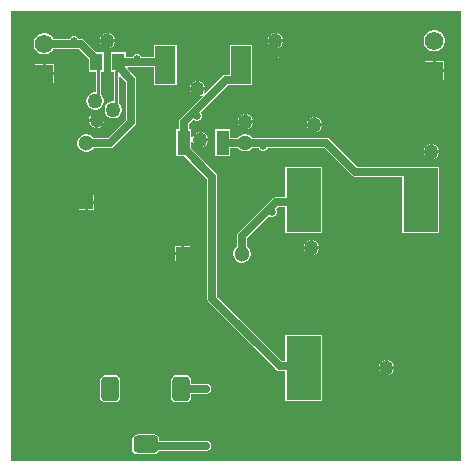
<source format=gtl>
G04*
G04 #@! TF.GenerationSoftware,Altium Limited,Altium Designer,22.3.1 (43)*
G04*
G04 Layer_Physical_Order=1*
G04 Layer_Color=255*
%FSLAX25Y25*%
%MOIN*%
G70*
G04*
G04 #@! TF.SameCoordinates,6ADC0360-3E08-4B8B-B3B3-E68A1261090F*
G04*
G04*
G04 #@! TF.FilePolarity,Positive*
G04*
G01*
G75*
%ADD15R,0.11417X0.21260*%
%ADD16R,0.04134X0.05709*%
%ADD17R,0.06772X0.12598*%
%ADD18R,0.04331X0.08071*%
%ADD19C,0.02500*%
%ADD23R,0.06181X0.06181*%
%ADD24C,0.06181*%
%ADD25C,0.05118*%
%ADD26R,0.05118X0.05118*%
%ADD29R,0.05118X0.05118*%
%ADD31C,0.02500*%
%ADD32C,0.01000*%
G04:AMPARAMS|DCode=33|XSize=82.68mil|YSize=59.06mil|CornerRadius=14.76mil|HoleSize=0mil|Usage=FLASHONLY|Rotation=180.000|XOffset=0mil|YOffset=0mil|HoleType=Round|Shape=RoundedRectangle|*
%AMROUNDEDRECTD33*
21,1,0.08268,0.02953,0,0,180.0*
21,1,0.05315,0.05906,0,0,180.0*
1,1,0.02953,-0.02657,0.01476*
1,1,0.02953,0.02657,0.01476*
1,1,0.02953,0.02657,-0.01476*
1,1,0.02953,-0.02657,-0.01476*
%
%ADD33ROUNDEDRECTD33*%
G04:AMPARAMS|DCode=34|XSize=82.68mil|YSize=59.06mil|CornerRadius=14.76mil|HoleSize=0mil|Usage=FLASHONLY|Rotation=90.000|XOffset=0mil|YOffset=0mil|HoleType=Round|Shape=RoundedRectangle|*
%AMROUNDEDRECTD34*
21,1,0.08268,0.02953,0,0,90.0*
21,1,0.05315,0.05906,0,0,90.0*
1,1,0.02953,0.01476,0.02657*
1,1,0.02953,0.01476,-0.02657*
1,1,0.02953,-0.01476,-0.02657*
1,1,0.02953,-0.01476,0.02657*
%
%ADD34ROUNDEDRECTD34*%
%ADD35C,0.05000*%
G36*
X0Y0D02*
X-150000D01*
Y150000D01*
X0D01*
Y0D01*
D02*
G37*
%LPC*%
G36*
X-61500Y142499D02*
Y140500D01*
X-59501D01*
X-59881Y141416D01*
X-60584Y142119D01*
X-61500Y142499D01*
D02*
G37*
G36*
X-62500D02*
X-63416Y142119D01*
X-64119Y141416D01*
X-64499Y140500D01*
X-62500D01*
Y142499D01*
D02*
G37*
G36*
X-117500D02*
Y140500D01*
X-115501D01*
X-115881Y141416D01*
X-116584Y142119D01*
X-117500Y142499D01*
D02*
G37*
G36*
X-118500D02*
X-119416Y142119D01*
X-120119Y141416D01*
X-120499Y140500D01*
X-118500D01*
Y142499D01*
D02*
G37*
G36*
X-59501Y139500D02*
X-61500D01*
Y137501D01*
X-60584Y137881D01*
X-59881Y138584D01*
X-59501Y139500D01*
D02*
G37*
G36*
X-62500D02*
X-64499D01*
X-64119Y138584D01*
X-63416Y137881D01*
X-62500Y137501D01*
Y139500D01*
D02*
G37*
G36*
X-115501D02*
X-117500D01*
Y137501D01*
X-116584Y137881D01*
X-115881Y138584D01*
X-115501Y139500D01*
D02*
G37*
G36*
X-118500D02*
X-120499D01*
X-120119Y138584D01*
X-119416Y137881D01*
X-118500Y137501D01*
Y139500D01*
D02*
G37*
G36*
X-8540Y143491D02*
X-9460D01*
X-10347Y143253D01*
X-11143Y142793D01*
X-11793Y142143D01*
X-12253Y141347D01*
X-12491Y140460D01*
Y139541D01*
X-12253Y138653D01*
X-11793Y137857D01*
X-11143Y137207D01*
X-10347Y136747D01*
X-9460Y136509D01*
X-8540D01*
X-7653Y136747D01*
X-6857Y137207D01*
X-6207Y137857D01*
X-5747Y138653D01*
X-5509Y139541D01*
Y140460D01*
X-5747Y141347D01*
X-6207Y142143D01*
X-6857Y142793D01*
X-7653Y143253D01*
X-8540Y143491D01*
D02*
G37*
G36*
X-61500Y136146D02*
Y135500D01*
X-60854D01*
X-60940Y135708D01*
X-61292Y136060D01*
X-61500Y136146D01*
D02*
G37*
G36*
X-62500D02*
X-62708Y136060D01*
X-63060Y135708D01*
X-63146Y135500D01*
X-62500D01*
Y136146D01*
D02*
G37*
G36*
X-94832Y138699D02*
X-102404D01*
Y134682D01*
X-106497D01*
X-106601Y134935D01*
X-107065Y135399D01*
X-107672Y135650D01*
X-108328D01*
X-108935Y135399D01*
X-109399Y134935D01*
X-109503Y134682D01*
X-111891D01*
Y136254D01*
X-116825D01*
Y129746D01*
X-115918D01*
Y119900D01*
X-116382D01*
X-117119Y119702D01*
X-117781Y119321D01*
X-118321Y118781D01*
X-118702Y118119D01*
X-118900Y117382D01*
Y116618D01*
X-118702Y115881D01*
X-118321Y115219D01*
X-117781Y114679D01*
X-117119Y114298D01*
X-116382Y114100D01*
X-115618D01*
X-114881Y114298D01*
X-114219Y114679D01*
X-113679Y115219D01*
X-113298Y115881D01*
X-113100Y116618D01*
Y117382D01*
X-113298Y118119D01*
X-113679Y118781D01*
X-114082Y119184D01*
Y128050D01*
X-113620Y128241D01*
X-111682Y126303D01*
Y113697D01*
X-117854Y107525D01*
X-122555D01*
X-122632Y107659D01*
X-123183Y108210D01*
X-123858Y108600D01*
X-124610Y108802D01*
X-125390D01*
X-126142Y108600D01*
X-126817Y108210D01*
X-127368Y107659D01*
X-127757Y106985D01*
X-127959Y106232D01*
Y105453D01*
X-127757Y104701D01*
X-127368Y104026D01*
X-126817Y103475D01*
X-126142Y103085D01*
X-125390Y102884D01*
X-124610D01*
X-123858Y103085D01*
X-123183Y103475D01*
X-122632Y104026D01*
X-122555Y104160D01*
X-117157D01*
X-116514Y104288D01*
X-115968Y104653D01*
X-108810Y111810D01*
X-108446Y112356D01*
X-108318Y113000D01*
Y127000D01*
X-108318Y127000D01*
X-108446Y127644D01*
X-108810Y128190D01*
X-108810Y128190D01*
X-111439Y130818D01*
X-111231Y131318D01*
X-102404D01*
Y125301D01*
X-94832D01*
Y138699D01*
D02*
G37*
G36*
X-60854Y134500D02*
X-61500D01*
Y133854D01*
X-61292Y133940D01*
X-60940Y134292D01*
X-60854Y134500D01*
D02*
G37*
G36*
X-62500D02*
X-63146D01*
X-63060Y134292D01*
X-62708Y133940D01*
X-62500Y133854D01*
Y134500D01*
D02*
G37*
G36*
X-5909Y133091D02*
X-8500D01*
Y130500D01*
X-5909D01*
Y133091D01*
D02*
G37*
G36*
X-9500D02*
X-12091D01*
Y130500D01*
X-9500D01*
Y133091D01*
D02*
G37*
G36*
X-135909Y132091D02*
X-138500D01*
Y129500D01*
X-135909D01*
Y132091D01*
D02*
G37*
G36*
X-139500D02*
X-142091D01*
Y129500D01*
X-139500D01*
Y132091D01*
D02*
G37*
G36*
X-5909Y129500D02*
X-8500D01*
Y126909D01*
X-5909D01*
Y129500D01*
D02*
G37*
G36*
X-9500D02*
X-12091D01*
Y126909D01*
X-9500D01*
Y129500D01*
D02*
G37*
G36*
X-135909Y128500D02*
X-138500D01*
Y125909D01*
X-135909D01*
Y128500D01*
D02*
G37*
G36*
X-139500D02*
X-142091D01*
Y125909D01*
X-139500D01*
Y128500D01*
D02*
G37*
G36*
X-87500Y126499D02*
Y124500D01*
X-85501D01*
X-85881Y125416D01*
X-86584Y126119D01*
X-87500Y126499D01*
D02*
G37*
G36*
X-88500D02*
X-89416Y126119D01*
X-90119Y125416D01*
X-90499Y124500D01*
X-88500D01*
Y126499D01*
D02*
G37*
G36*
X-69596Y138699D02*
X-77168D01*
Y128633D01*
X-78431D01*
X-79075Y128505D01*
X-79621Y128140D01*
X-79621Y128140D01*
X-85524Y122237D01*
X-85881Y122584D01*
X-85501Y123500D01*
X-87500D01*
Y121501D01*
X-86584Y121881D01*
X-86237Y121525D01*
X-93686Y114075D01*
X-94050Y113530D01*
X-94178Y112886D01*
Y110435D01*
X-95061D01*
Y101565D01*
X-92310D01*
X-84682Y93937D01*
Y54000D01*
X-84554Y53356D01*
X-84190Y52810D01*
X-61672Y30293D01*
X-61672Y30293D01*
X-61126Y29928D01*
X-60482Y29800D01*
X-60482Y29800D01*
X-58597D01*
Y19970D01*
X-46380D01*
Y42030D01*
X-58597D01*
Y33165D01*
X-59786D01*
X-81318Y54697D01*
Y94634D01*
X-81446Y95278D01*
X-81810Y95824D01*
X-89931Y103944D01*
Y106236D01*
X-89431Y106335D01*
X-89119Y105584D01*
X-88416Y104881D01*
X-87500Y104501D01*
Y107000D01*
Y109499D01*
X-88416Y109119D01*
X-89119Y108416D01*
X-89431Y107665D01*
X-89931Y107764D01*
Y110435D01*
X-90814D01*
Y112189D01*
X-89168Y113835D01*
X-88935Y113601D01*
X-88328Y113350D01*
X-87672D01*
X-87065Y113601D01*
X-86601Y114065D01*
X-86350Y114672D01*
Y115328D01*
X-86601Y115935D01*
X-86835Y116168D01*
X-77734Y125268D01*
X-75518D01*
X-75355Y125301D01*
X-69596D01*
Y138699D01*
D02*
G37*
G36*
X-88500Y123500D02*
X-90499D01*
X-90119Y122584D01*
X-89416Y121881D01*
X-88500Y121501D01*
Y123500D01*
D02*
G37*
G36*
X-138540Y142491D02*
X-139460D01*
X-140347Y142253D01*
X-141143Y141793D01*
X-141793Y141143D01*
X-142253Y140347D01*
X-142491Y139460D01*
Y138540D01*
X-142253Y137653D01*
X-141793Y136857D01*
X-141143Y136207D01*
X-140347Y135747D01*
X-139460Y135509D01*
X-138540D01*
X-137653Y135747D01*
X-136857Y136207D01*
X-136207Y136857D01*
X-135941Y137318D01*
X-127551D01*
X-124109Y133875D01*
Y129746D01*
X-121918D01*
Y122819D01*
X-122402D01*
X-123140Y122622D01*
X-123801Y122240D01*
X-124341Y121700D01*
X-124723Y121039D01*
X-124921Y120301D01*
Y119538D01*
X-124723Y118800D01*
X-124341Y118139D01*
X-123801Y117599D01*
X-123140Y117217D01*
X-122402Y117019D01*
X-121639D01*
X-120901Y117217D01*
X-120240Y117599D01*
X-119700Y118139D01*
X-119318Y118800D01*
X-119121Y119538D01*
Y120301D01*
X-119318Y121039D01*
X-119700Y121700D01*
X-120082Y122082D01*
Y129746D01*
X-119175D01*
Y136254D01*
X-121730D01*
X-125665Y140190D01*
X-126211Y140554D01*
X-126854Y140682D01*
X-127497D01*
X-127601Y140935D01*
X-128065Y141399D01*
X-128672Y141650D01*
X-129328D01*
X-129935Y141399D01*
X-130399Y140935D01*
X-130503Y140682D01*
X-135941D01*
X-136207Y141143D01*
X-136857Y141793D01*
X-137653Y142253D01*
X-138540Y142491D01*
D02*
G37*
G36*
X-121000Y116000D02*
Y114001D01*
X-119001D01*
X-119381Y114917D01*
X-120084Y115621D01*
X-121000Y116000D01*
D02*
G37*
G36*
X-122000D02*
X-122916Y115621D01*
X-123619Y114917D01*
X-123999Y114001D01*
X-122000D01*
Y116000D01*
D02*
G37*
G36*
X-71500Y115499D02*
Y113500D01*
X-69501D01*
X-69881Y114416D01*
X-70584Y115119D01*
X-71500Y115499D01*
D02*
G37*
G36*
X-72500D02*
X-73416Y115119D01*
X-74119Y114416D01*
X-74499Y113500D01*
X-72500D01*
Y115499D01*
D02*
G37*
G36*
X-48500Y114499D02*
Y112500D01*
X-46501D01*
X-46881Y113416D01*
X-47584Y114119D01*
X-48500Y114499D01*
D02*
G37*
G36*
X-49500D02*
X-50416Y114119D01*
X-51119Y113416D01*
X-51499Y112500D01*
X-49500D01*
Y114499D01*
D02*
G37*
G36*
X-119001Y113001D02*
X-121000D01*
Y111002D01*
X-120084Y111382D01*
X-119381Y112085D01*
X-119001Y113001D01*
D02*
G37*
G36*
X-122000D02*
X-123999D01*
X-123619Y112085D01*
X-122916Y111382D01*
X-122000Y111002D01*
Y113001D01*
D02*
G37*
G36*
X-69501Y112500D02*
X-71500D01*
Y110501D01*
X-70584Y110881D01*
X-69881Y111584D01*
X-69501Y112500D01*
D02*
G37*
G36*
X-72500D02*
X-74499D01*
X-74119Y111584D01*
X-73416Y110881D01*
X-72500Y110501D01*
Y112500D01*
D02*
G37*
G36*
X-46501Y111500D02*
X-48500D01*
Y109501D01*
X-47584Y109881D01*
X-46881Y110584D01*
X-46501Y111500D01*
D02*
G37*
G36*
X-49500D02*
X-51499D01*
X-51119Y110584D01*
X-50416Y109881D01*
X-49500Y109501D01*
Y111500D01*
D02*
G37*
G36*
X-86500Y109499D02*
Y107500D01*
X-84501D01*
X-84881Y108416D01*
X-85584Y109119D01*
X-86500Y109499D01*
D02*
G37*
G36*
X-84501Y106500D02*
X-86500D01*
Y104501D01*
X-85584Y104881D01*
X-84881Y105584D01*
X-84501Y106500D01*
D02*
G37*
G36*
X-9500Y105499D02*
Y103500D01*
X-7501D01*
X-7881Y104416D01*
X-8584Y105119D01*
X-9500Y105499D01*
D02*
G37*
G36*
X-10500D02*
X-11416Y105119D01*
X-12119Y104416D01*
X-12499Y103500D01*
X-10500D01*
Y105499D01*
D02*
G37*
G36*
X-7501Y102500D02*
X-9500D01*
Y100501D01*
X-8584Y100881D01*
X-7881Y101584D01*
X-7501Y102500D01*
D02*
G37*
G36*
X-10500D02*
X-12499D01*
X-12119Y101584D01*
X-11416Y100881D01*
X-10500Y100501D01*
Y102500D01*
D02*
G37*
G36*
X-46380Y98030D02*
X-58597D01*
Y87816D01*
X-61866D01*
X-61866Y87816D01*
X-62510Y87688D01*
X-63056Y87323D01*
X-63056Y87323D01*
X-74347Y76032D01*
X-74712Y75486D01*
X-74840Y74843D01*
Y71446D01*
X-74974Y71368D01*
X-75525Y70817D01*
X-75915Y70142D01*
X-76116Y69390D01*
Y68610D01*
X-75915Y67858D01*
X-75525Y67183D01*
X-74974Y66632D01*
X-74300Y66243D01*
X-73547Y66041D01*
X-72768D01*
X-72015Y66243D01*
X-71341Y66632D01*
X-70790Y67183D01*
X-70400Y67858D01*
X-70198Y68610D01*
Y69390D01*
X-70400Y70142D01*
X-70790Y70817D01*
X-71341Y71368D01*
X-71475Y71446D01*
Y74146D01*
X-63977Y81644D01*
X-63935Y81601D01*
X-63328Y81350D01*
X-62672D01*
X-62065Y81601D01*
X-61601Y82065D01*
X-61350Y82672D01*
Y83328D01*
X-61601Y83935D01*
X-61644Y83977D01*
X-61170Y84451D01*
X-58597D01*
Y75970D01*
X-46380D01*
Y98030D01*
D02*
G37*
G36*
X-122441Y88716D02*
X-124500D01*
Y86657D01*
X-122441D01*
Y88716D01*
D02*
G37*
G36*
X-125500D02*
X-127559D01*
Y86657D01*
X-125500D01*
Y88716D01*
D02*
G37*
G36*
X-122441Y85657D02*
X-124500D01*
Y83598D01*
X-122441D01*
Y85657D01*
D02*
G37*
G36*
X-125500D02*
X-127559D01*
Y83598D01*
X-125500D01*
Y85657D01*
D02*
G37*
G36*
X-76939Y110435D02*
X-82069D01*
Y101565D01*
X-76939D01*
Y104318D01*
X-74377D01*
X-74321Y104219D01*
X-73781Y103679D01*
X-73119Y103298D01*
X-72382Y103100D01*
X-71618D01*
X-70881Y103298D01*
X-70219Y103679D01*
X-69679Y104219D01*
X-69623Y104318D01*
X-67503D01*
X-67399Y104065D01*
X-66935Y103601D01*
X-66328Y103350D01*
X-65672D01*
X-65065Y103601D01*
X-64601Y104065D01*
X-64497Y104318D01*
X-45697D01*
X-36570Y95190D01*
X-36570Y95190D01*
X-36024Y94826D01*
X-35380Y94698D01*
X-19621D01*
Y75970D01*
X-7403D01*
Y98030D01*
X-17807D01*
X-17970Y98062D01*
X-34683D01*
X-43810Y107190D01*
X-44356Y107554D01*
X-45000Y107682D01*
X-69623D01*
X-69679Y107781D01*
X-70219Y108321D01*
X-70881Y108702D01*
X-71618Y108900D01*
X-72382D01*
X-73119Y108702D01*
X-73781Y108321D01*
X-74321Y107781D01*
X-74377Y107682D01*
X-76939D01*
Y110435D01*
D02*
G37*
G36*
X-49500Y73499D02*
Y71500D01*
X-47501D01*
X-47881Y72416D01*
X-48584Y73119D01*
X-49500Y73499D01*
D02*
G37*
G36*
X-50500D02*
X-51416Y73119D01*
X-52119Y72416D01*
X-52499Y71500D01*
X-50500D01*
Y73499D01*
D02*
G37*
G36*
X-90284Y71559D02*
X-92343D01*
Y69500D01*
X-90284D01*
Y71559D01*
D02*
G37*
G36*
X-93343D02*
X-95402D01*
Y69500D01*
X-93343D01*
Y71559D01*
D02*
G37*
G36*
X-47501Y70500D02*
X-49500D01*
Y68501D01*
X-48584Y68881D01*
X-47881Y69584D01*
X-47501Y70500D01*
D02*
G37*
G36*
X-50500D02*
X-52499D01*
X-52119Y69584D01*
X-51416Y68881D01*
X-50500Y68501D01*
Y70500D01*
D02*
G37*
G36*
X-90284Y68500D02*
X-92343D01*
Y66441D01*
X-90284D01*
Y68500D01*
D02*
G37*
G36*
X-93343D02*
X-95402D01*
Y66441D01*
X-93343D01*
Y68500D01*
D02*
G37*
G36*
X-7803Y41630D02*
X-13012D01*
Y31500D01*
X-7803D01*
Y41630D01*
D02*
G37*
G36*
X-24500Y33499D02*
Y31500D01*
X-22501D01*
X-22881Y32416D01*
X-23584Y33119D01*
X-24500Y33499D01*
D02*
G37*
G36*
X-25500D02*
X-26416Y33119D01*
X-27119Y32416D01*
X-27499Y31500D01*
X-25500D01*
Y33499D01*
D02*
G37*
G36*
X-14012Y41630D02*
X-19220D01*
Y31500D01*
X-14012D01*
Y41630D01*
D02*
G37*
G36*
X-22501Y30500D02*
X-24500D01*
Y28501D01*
X-23584Y28881D01*
X-22881Y29584D01*
X-22501Y30500D01*
D02*
G37*
G36*
X-25500D02*
X-27499D01*
X-27119Y29584D01*
X-26416Y28881D01*
X-25500Y28501D01*
Y30500D01*
D02*
G37*
G36*
X-7803D02*
X-13012D01*
Y20370D01*
X-7803D01*
Y30500D01*
D02*
G37*
G36*
X-14012D02*
X-19220D01*
Y20370D01*
X-14012D01*
Y30500D01*
D02*
G37*
G36*
X-91933Y28571D02*
X-94886D01*
X-95618Y28425D01*
X-96239Y28010D01*
X-96653Y27390D01*
X-96799Y26658D01*
Y21342D01*
X-96653Y20610D01*
X-96239Y19990D01*
X-95618Y19575D01*
X-94886Y19429D01*
X-91933D01*
X-91201Y19575D01*
X-90580Y19990D01*
X-90166Y20610D01*
X-90020Y21342D01*
Y22318D01*
X-85000D01*
X-84838Y22350D01*
X-84672D01*
X-84519Y22413D01*
X-84356Y22446D01*
X-84218Y22538D01*
X-84065Y22601D01*
X-83948Y22718D01*
X-83810Y22810D01*
X-83718Y22948D01*
X-83601Y23065D01*
X-83538Y23218D01*
X-83446Y23356D01*
X-83413Y23519D01*
X-83350Y23672D01*
Y23837D01*
X-83318Y24000D01*
X-83350Y24162D01*
Y24328D01*
X-83413Y24481D01*
X-83446Y24644D01*
X-83538Y24782D01*
X-83601Y24935D01*
X-83718Y25052D01*
X-83810Y25190D01*
X-83948Y25282D01*
X-84065Y25399D01*
X-84218Y25462D01*
X-84356Y25554D01*
X-84519Y25587D01*
X-84672Y25650D01*
X-84838D01*
X-85000Y25682D01*
X-90020D01*
Y26658D01*
X-90166Y27390D01*
X-90580Y28010D01*
X-91201Y28425D01*
X-91933Y28571D01*
D02*
G37*
G36*
X-115555D02*
X-118508D01*
X-119240Y28425D01*
X-119861Y28010D01*
X-120275Y27390D01*
X-120421Y26658D01*
Y21342D01*
X-120275Y20610D01*
X-119861Y19990D01*
X-119240Y19575D01*
X-118508Y19429D01*
X-115555D01*
X-114823Y19575D01*
X-114202Y19990D01*
X-113787Y20610D01*
X-113642Y21342D01*
Y26658D01*
X-113787Y27390D01*
X-114202Y28010D01*
X-114823Y28425D01*
X-115555Y28571D01*
D02*
G37*
G36*
X-102563Y8885D02*
X-107878D01*
X-108610Y8740D01*
X-109231Y8325D01*
X-109645Y7705D01*
X-109791Y6972D01*
Y4020D01*
X-109645Y3288D01*
X-109231Y2667D01*
X-108610Y2252D01*
X-107878Y2107D01*
X-102563D01*
X-101831Y2252D01*
X-101210Y2667D01*
X-100795Y3288D01*
X-100789Y3318D01*
X-85000D01*
X-84838Y3350D01*
X-84672D01*
X-84519Y3413D01*
X-84356Y3446D01*
X-84218Y3538D01*
X-84065Y3601D01*
X-83948Y3718D01*
X-83810Y3810D01*
X-83718Y3948D01*
X-83601Y4065D01*
X-83538Y4218D01*
X-83446Y4356D01*
X-83413Y4519D01*
X-83350Y4672D01*
Y4837D01*
X-83318Y5000D01*
X-83350Y5162D01*
Y5328D01*
X-83413Y5481D01*
X-83446Y5644D01*
X-83538Y5782D01*
X-83601Y5935D01*
X-83718Y6052D01*
X-83810Y6190D01*
X-83948Y6282D01*
X-84065Y6399D01*
X-84218Y6462D01*
X-84356Y6554D01*
X-84519Y6587D01*
X-84672Y6650D01*
X-84838D01*
X-85000Y6682D01*
X-100650D01*
Y6972D01*
X-100795Y7705D01*
X-101210Y8325D01*
X-101831Y8740D01*
X-102563Y8885D01*
D02*
G37*
%LPD*%
D15*
X-13512Y31000D02*
D03*
X-52488D02*
D03*
X-13512Y87000D02*
D03*
X-52488D02*
D03*
D16*
X-114358Y133000D02*
D03*
X-121642D02*
D03*
D17*
X-98618Y132000D02*
D03*
X-73382D02*
D03*
D18*
X-92496Y106000D02*
D03*
X-79504D02*
D03*
D19*
X-62000Y135000D02*
D03*
X-66000Y105000D02*
D03*
X-88000Y115000D02*
D03*
X-108000Y134000D02*
D03*
X-129000Y140000D02*
D03*
X-85000Y24000D02*
D03*
Y5000D02*
D03*
X-63000Y83000D02*
D03*
D23*
X-9000Y130000D02*
D03*
X-139000Y129000D02*
D03*
D24*
X-9000Y140000D02*
D03*
X-139000Y139000D02*
D03*
D25*
X-125000Y105843D02*
D03*
X-73157Y69000D02*
D03*
D26*
X-125000Y86157D02*
D03*
D29*
X-92843Y69000D02*
D03*
D31*
X-105220Y5496D02*
X-104724Y5000D01*
X-85000D01*
X-93409Y24000D02*
X-85000D01*
X-114358Y133000D02*
X-99618D01*
X-72000Y106000D02*
X-45000D01*
X-79504D02*
X-72000D01*
X-53355Y86134D02*
X-52488Y87000D01*
X-73157Y74843D02*
X-61866Y86134D01*
X-53355D01*
X-73157Y69000D02*
Y74843D01*
X-60482Y31482D02*
X-52971D01*
X-83000Y54000D02*
Y94634D01*
X-52971Y31482D02*
X-52488Y31000D01*
X-83000Y54000D02*
X-60482Y31482D01*
X-92496Y104130D02*
X-83000Y94634D01*
X-45000Y106000D02*
X-35380Y96380D01*
X-17970D01*
X-13512Y91921D01*
Y87000D02*
Y91921D01*
X-113541Y130541D02*
X-110000Y127000D01*
Y113000D02*
Y127000D01*
X-117157Y105843D02*
X-110000Y113000D01*
X-125000Y105843D02*
X-117157D01*
X-92496Y106000D02*
Y112886D01*
X-78431Y126951D01*
X-75518D01*
X-73382Y129087D01*
Y132000D01*
X-99618Y133000D02*
X-98618Y132000D01*
X-113541Y130541D02*
Y131396D01*
X-114358Y132213D02*
X-113541Y131396D01*
X-126854Y139000D02*
X-121642Y133787D01*
X-139000Y139000D02*
X-126854D01*
D32*
X-121642Y133000D02*
X-121000Y132358D01*
Y122022D02*
Y132358D01*
X-122021Y121002D02*
X-121000Y122022D01*
X-122021Y119919D02*
Y121002D01*
X-116000Y117000D02*
Y118082D01*
X-115000Y119082D02*
Y129900D01*
X-114358Y130541D01*
X-116000Y118082D02*
X-115000Y119082D01*
X-121642Y133000D02*
Y133787D01*
X-92496Y104130D02*
Y106000D01*
X-114358Y132213D02*
Y133000D01*
D33*
X-105220Y5496D02*
D03*
D34*
X-117031Y24000D02*
D03*
X-93409D02*
D03*
D35*
X-118000Y140000D02*
D03*
X-10000Y103000D02*
D03*
X-62000Y140000D02*
D03*
X-49000Y112000D02*
D03*
X-72000Y106000D02*
D03*
X-122021Y119919D02*
D03*
X-116000Y117000D02*
D03*
X-121500Y113501D02*
D03*
X-50000Y71000D02*
D03*
X-88000Y124000D02*
D03*
X-87000Y107000D02*
D03*
X-72000Y113000D02*
D03*
X-25000Y31000D02*
D03*
M02*

</source>
